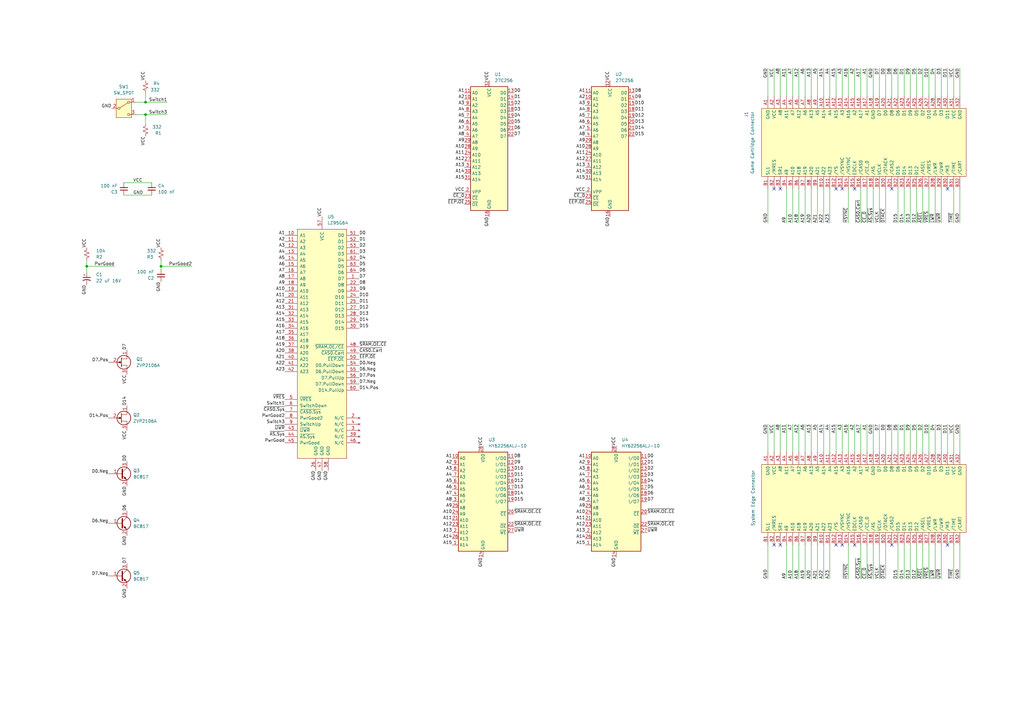
<source format=kicad_sch>
(kicad_sch (version 20231120) (generator "eeschema") (generator_version "8.0")
  (paper "A3")
  (lib_symbols
    (symbol "Device:C_Polarized_Small_US" (pin_numbers hide) (pin_names (offset 0.254) hide)
      (property "Reference" "C" (at 0.254 1.778 0))
      (property "Value" "C_Polarized_Small_US" (at 0.254 -2.032 0))
      (symbol "C_Polarized_Small_US_0_1"
        (polyline (pts (xy -1.524 0.508) (xy 1.524 0.508)) (stroke (width 0.3048)))
        (polyline (pts (xy -1.27 1.524) (xy -0.762 1.524)))
        (polyline (pts (xy -1.016 1.27) (xy -1.016 1.778)))
        (arc (start 1.524 -0.762) (mid 0 -0.3734) (end -1.524 -0.762) (stroke (width 0.3048)))
      )
      (symbol "C_Polarized_Small_US_1_1"
        (pin passive line (at 0 2.54 270) (length 2.032) (name "~") (number "1"))
        (pin passive line (at 0 -2.54 90) (length 2.032) (name "~") (number "2"))
      )
    )
    (symbol "Device:C_Small" (pin_numbers hide) (pin_names (offset 0.254) hide)
      (property "Reference" "C" (at 0.254 1.778 0))
      (property "Value" "C_Small" (at 0.254 -2.032 0))
      (symbol "C_Small_0_1"
        (polyline (pts (xy -1.524 -0.508) (xy 1.524 -0.508)) (stroke (width 0.3302)))
        (polyline (pts (xy -1.524 0.508) (xy 1.524 0.508)) (stroke (width 0.3048)))
      )
      (symbol "C_Small_1_1"
        (pin passive line (at 0 2.54 270) (length 2.032) (name "~") (number "1"))
        (pin passive line (at 0 -2.54 90) (length 2.032) (name "~") (number "2"))
      )
    )
    (symbol "Device:Q_NPN_BEC" (pin_names (offset 0) hide)
      (property "Reference" "Q" (at 5.08 1.27 0))
      (property "Value" "Q_NPN_BEC" (at 5.08 -1.27 0))
      (symbol "Q_NPN_BEC_0_1"
        (polyline (pts (xy 0.635 0.635) (xy 2.54 2.54)))
        (polyline (pts (xy 0.635 -0.635) (xy 2.54 -2.54) (xy 2.54 -2.54)))
        (polyline (pts (xy 0.635 1.905) (xy 0.635 -1.905) (xy 0.635 -1.905)) (stroke (width 0.508)))
        (polyline (pts (xy 1.27 -1.778) (xy 1.778 -1.27) (xy 2.286 -2.286) (xy 1.27 -1.778) (xy 1.27 -1.778)) (fill (type outline)))
        (circle (center 1.27 0) (radius 2.8194) (stroke (width 0.254)))
      )
      (symbol "Q_NPN_BEC_1_1"
        (pin input line (at -5.08 0 0) (length 5.715) (name "B") (number "1"))
        (pin passive line (at 2.54 -5.08 90) (length 2.54) (name "E") (number "2"))
        (pin passive line (at 2.54 5.08 270) (length 2.54) (name "C") (number "3"))
      )
    )
    (symbol "Device:Q_PJFET_DGS" (pin_names (offset 0) hide)
      (property "Reference" "Q" (at 5.08 1.27 0))
      (property "Value" "Q_PJFET_DGS" (at 5.08 -1.27 0))
      (symbol "Q_PJFET_DGS_0_1"
        (polyline (pts (xy 0.254 1.905) (xy 0.254 -1.905) (xy 0.254 -1.905)) (stroke (width 0.254)))
        (polyline (pts (xy 2.54 -2.54) (xy 2.54 -1.27) (xy 0.254 -1.27)))
        (polyline (pts (xy 2.54 2.54) (xy 2.54 1.397) (xy 0.254 1.397)))
        (polyline (pts (xy -1.143 0) (xy -0.127 0.381) (xy -0.127 -0.381) (xy -1.143 0)) (fill (type outline)))
        (circle (center 1.27 0) (radius 2.8194) (stroke (width 0.254)))
      )
      (symbol "Q_PJFET_DGS_1_1"
        (pin passive line (at 2.54 5.08 270) (length 2.54) (name "D") (number "1"))
        (pin input line (at -5.08 0 0) (length 5.334) (name "G") (number "2"))
        (pin passive line (at 2.54 -5.08 90) (length 2.54) (name "S") (number "3"))
      )
    )
    (symbol "Device:R_Small_US" (pin_numbers hide) (pin_names (offset 0.254) hide)
      (property "Reference" "R" (at 0.762 0.508 0))
      (property "Value" "R_Small_US" (at 0.762 -1.016 0))
      (symbol "R_Small_US_1_1"
        (polyline (pts (xy 0 0) (xy 1.016 -0.381) (xy 0 -0.762) (xy -1.016 -1.143) (xy 0 -1.524)))
        (polyline (pts (xy 0 1.524) (xy 1.016 1.143) (xy 0 0.762) (xy -1.016 0.381) (xy 0 0)))
        (pin passive line (at 0 2.54 270) (length 1.016) (name "~") (number "1"))
        (pin passive line (at 0 -2.54 90) (length 1.016) (name "~") (number "2"))
      )
    )
    (symbol "REF1065:27C256"
      (property "Reference" "U4" (at 2.1941 30.48 0))
      (property "Value" "27C256" (at 2.1941 27.94 0))
      (symbol "27C256_1_1"
        (rectangle (start -7.62 25.4) (end 7.62 -25.4) (stroke (width 0.254)) (fill (type background)))
        (pin input line (at -10.16 20.32 0) (length 2.54) (name "A1") (number "10"))
        (pin input line (at -10.16 22.86 0) (length 2.54) (name "A0") (number "11"))
        (pin tri_state line (at 10.16 22.86 180) (length 2.54) (name "D0") (number "13"))
        (pin tri_state line (at 10.16 20.32 180) (length 2.54) (name "D1") (number "14"))
        (pin tri_state line (at 10.16 17.78 180) (length 2.54) (name "D2") (number "15"))
        (pin power_in line (at 0 -27.94 90) (length 2.54) (name "GND") (number "16"))
        (pin tri_state line (at 10.16 15.24 180) (length 2.54) (name "D3") (number "18"))
        (pin tri_state line (at 10.16 12.7 180) (length 2.54) (name "D4") (number "19"))
        (pin input line (at -10.16 -17.78 0) (length 2.54) (name "VPP") (number "2"))
        (pin tri_state line (at 10.16 10.16 180) (length 2.54) (name "D5") (number "20"))
        (pin tri_state line (at 10.16 7.62 180) (length 2.54) (name "D6") (number "21"))
        (pin tri_state line (at 10.16 5.08 180) (length 2.54) (name "D7") (number "22"))
        (pin input line (at -10.16 -20.32 0) (length 2.54) (name "~{CE}") (number "23"))
        (pin input line (at -10.16 -2.54 0) (length 2.54) (name "A10") (number "24"))
        (pin input line (at -10.16 -22.86 0) (length 2.54) (name "~{OE}") (number "25"))
        (pin input line (at -10.16 -5.08 0) (length 2.54) (name "A11") (number "27"))
        (pin input line (at -10.16 0 0) (length 2.54) (name "A9") (number "28"))
        (pin input line (at -10.16 2.54 0) (length 2.54) (name "A8") (number "29"))
        (pin input line (at -10.16 -7.62 0) (length 2.54) (name "A12") (number "3"))
        (pin input line (at -10.16 -10.16 0) (length 2.54) (name "A13") (number "30"))
        (pin input line (at -10.16 -12.7 0) (length 2.54) (name "A14") (number "31"))
        (pin power_in line (at 0 27.94 270) (length 2.54) (name "VCC") (number "32"))
        (pin input line (at -10.16 5.08 0) (length 2.54) (name "A7") (number "4"))
        (pin input line (at -10.16 7.62 0) (length 2.54) (name "A6") (number "5"))
        (pin input line (at -10.16 10.16 0) (length 2.54) (name "A5") (number "6"))
        (pin input line (at -10.16 12.7 0) (length 2.54) (name "A4") (number "7"))
        (pin input line (at -10.16 15.24 0) (length 2.54) (name "A3") (number "8"))
        (pin input line (at -10.16 17.78 0) (length 2.54) (name "A2") (number "9"))
      )
    )
    (symbol "REF1065:HY62256ALJ"
      (property "Reference" "U3" (at 2.1941 25.4 0))
      (property "Value" "HY62256ALJ-10" (at 2.1941 22.86 0))
      (symbol "HY62256ALJ_0_0"
        (pin power_in line (at 0 -22.86 90) (length 2.54) (name "GND") (number "14"))
      )
      (symbol "HY62256ALJ_0_1"
        (rectangle (start -10.16 20.32) (end 10.16 -20.32) (stroke (width 0.254)) (fill (type background)))
      )
      (symbol "HY62256ALJ_1_0"
        (pin power_in line (at 0 22.86 270) (length 2.54) (name "VDD") (number "28"))
      )
      (symbol "HY62256ALJ_1_1"
        (pin input line (at -12.7 -17.78 0) (length 2.54) (name "A14") (number "1"))
        (pin input line (at -12.7 17.78 0) (length 2.54) (name "A0") (number "10"))
        (pin tri_state line (at 12.7 17.78 180) (length 2.54) (name "I/O0") (number "11"))
        (pin tri_state line (at 12.7 15.24 180) (length 2.54) (name "I/O1") (number "12"))
        (pin tri_state line (at 12.7 12.7 180) (length 2.54) (name "I/O2") (number "13"))
        (pin tri_state line (at 12.7 10.16 180) (length 2.54) (name "I/O3") (number "15"))
        (pin tri_state line (at 12.7 7.62 180) (length 2.54) (name "I/O4") (number "16"))
        (pin tri_state line (at 12.7 5.08 180) (length 2.54) (name "I/O5") (number "17"))
        (pin tri_state line (at 12.7 2.54 180) (length 2.54) (name "I/O6") (number "18"))
        (pin tri_state line (at 12.7 0 180) (length 2.54) (name "I/O7") (number "19"))
        (pin input line (at -12.7 -12.7 0) (length 2.54) (name "A12") (number "2"))
        (pin input line (at 12.7 -5.08 180) (length 2.54) (name "~{CE}") (number "20"))
        (pin input line (at -12.7 -7.62 0) (length 2.54) (name "A10") (number "21"))
        (pin input line (at 12.7 -10.16 180) (length 2.54) (name "~{OE}") (number "22"))
        (pin input line (at -12.7 -10.16 0) (length 2.54) (name "A11") (number "23"))
        (pin input line (at -12.7 -5.08 0) (length 2.54) (name "A9") (number "24"))
        (pin input line (at -12.7 -2.54 0) (length 2.54) (name "A8") (number "25"))
        (pin input line (at -12.7 -15.24 0) (length 2.54) (name "A13") (number "26"))
        (pin input line (at 12.7 -12.7 180) (length 2.54) (name "~{WE}") (number "27"))
        (pin input line (at -12.7 0 0) (length 2.54) (name "A7") (number "3"))
        (pin input line (at -12.7 2.54 0) (length 2.54) (name "A6") (number "4"))
        (pin input line (at -12.7 5.08 0) (length 2.54) (name "A5") (number "5"))
        (pin input line (at -12.7 7.62 0) (length 2.54) (name "A4") (number "6"))
        (pin input line (at -12.7 10.16 0) (length 2.54) (name "A3") (number "7"))
        (pin input line (at -12.7 12.7 0) (length 2.54) (name "A2") (number "8"))
        (pin input line (at -12.7 15.24 0) (length 2.54) (name "A1") (number "9"))
      )
    )
    (symbol "REF1065:LZ95G64" (pin_names (offset 1.016))
      (property "Reference" "U5" (at 3.4641 41.91 0))
      (property "Value" "LZ95G64" (at 3.4641 39.37 0))
      (symbol "LZ95G64_0_1"
        (rectangle (start -10.16 36.83) (end 10.16 -57.15) (fill (type background)))
      )
      (symbol "LZ95G64_1_1"
        (pin bidirectional line (at 15.24 16.51 180) (length 5.08) (name "D7") (number "1"))
        (pin input line (at -15.24 34.29 0) (length 5.08) (name "A1") (number "10"))
        (pin input line (at -15.24 31.75 0) (length 5.08) (name "A2") (number "11"))
        (pin input line (at -15.24 29.21 0) (length 5.08) (name "A3") (number "12"))
        (pin input line (at -15.24 26.67 0) (length 5.08) (name "A4") (number "13"))
        (pin input line (at -15.24 24.13 0) (length 5.08) (name "A5") (number "14"))
        (pin input line (at -15.24 21.59 0) (length 5.08) (name "A6") (number "15"))
        (pin input line (at -15.24 19.05 0) (length 5.08) (name "A7") (number "16"))
        (pin input line (at -15.24 16.51 0) (length 5.08) (name "A8") (number "17"))
        (pin input line (at -15.24 13.97 0) (length 5.08) (name "A9") (number "18"))
        (pin input line (at -15.24 11.43 0) (length 5.08) (name "A10") (number "19"))
        (pin no_connect line (at 15.24 -40.64 180) (length 5.08) (name "N/C") (number "2"))
        (pin input line (at -15.24 8.89 0) (length 5.08) (name "A11") (number "20"))
        (pin input line (at -15.24 6.35 0) (length 5.08) (name "A12") (number "21"))
        (pin bidirectional line (at 15.24 13.97 180) (length 5.08) (name "D8") (number "22"))
        (pin bidirectional line (at 15.24 11.43 180) (length 5.08) (name "D9") (number "23"))
        (pin bidirectional line (at 15.24 8.89 180) (length 5.08) (name "D10") (number "24"))
        (pin bidirectional line (at 15.24 6.35 180) (length 5.08) (name "D11") (number "25"))
        (pin power_in line (at -2.54 -62.23 90) (length 5.08) (name "GND") (number "26"))
        (pin bidirectional line (at 15.24 3.81 180) (length 5.08) (name "D12") (number "27"))
        (pin bidirectional line (at 15.24 1.27 180) (length 5.08) (name "D13") (number "28"))
        (pin bidirectional line (at 15.24 -1.27 180) (length 5.08) (name "D14") (number "29"))
        (pin no_connect line (at 15.24 -45.72 180) (length 5.08) (name "N/C") (number "3"))
        (pin bidirectional line (at 15.24 -3.81 180) (length 5.08) (name "D15") (number "30"))
        (pin input line (at -15.24 3.81 0) (length 5.08) (name "A13") (number "31"))
        (pin input line (at -15.24 1.27 0) (length 5.08) (name "A14") (number "32"))
        (pin input line (at -15.24 -1.27 0) (length 5.08) (name "A15") (number "33"))
        (pin input line (at -15.24 -3.81 0) (length 5.08) (name "A16") (number "34"))
        (pin input line (at -15.24 -6.35 0) (length 5.08) (name "A17") (number "35"))
        (pin input line (at -15.24 -8.89 0) (length 5.08) (name "A18") (number "36"))
        (pin input line (at -15.24 -11.43 0) (length 5.08) (name "A19") (number "37"))
        (pin input line (at -15.24 -13.97 0) (length 5.08) (name "A20") (number "38"))
        (pin no_connect line (at 15.24 -48.26 180) (length 5.08) (name "N/C") (number "39"))
        (pin no_connect line (at 15.24 -43.18 180) (length 5.08) (name "N/C") (number "4"))
        (pin input line (at -15.24 -16.51 0) (length 5.08) (name "A21") (number "40"))
        (pin input line (at -15.24 -19.05 0) (length 5.08) (name "A22") (number "41"))
        (pin input line (at -15.24 -21.59 0) (length 5.08) (name "A23") (number "42"))
        (pin input line (at -15.24 -45.72 0) (length 5.08) (name "~{UWR}") (number "43"))
        (pin input line (at -15.24 -48.26 0) (length 5.08) (name "~{AS.Sys}") (number "44"))
        (pin input line (at -15.24 -50.8 0) (length 5.08) (name "PwrGood") (number "45"))
        (pin no_connect line (at 15.24 -50.8 180) (length 5.08) (name "N/C") (number "46"))
        (pin power_in line (at 0 -62.23 90) (length 5.08) (name "GND") (number "47"))
        (pin output line (at 15.24 -11.43 180) (length 5.08) (name "~{SRAM.OE/CE}") (number "48"))
        (pin output line (at 15.24 -13.97 180) (length 5.08) (name "~{CAS0.Cart}") (number "49"))
        (pin input line (at -15.24 -33.02 0) (length 5.08) (name "~{VRES}") (number "5"))
        (pin output line (at 15.24 -16.51 180) (length 5.08) (name "~{EEP.OE}") (number "50"))
        (pin bidirectional line (at 15.24 34.29 180) (length 5.08) (name "D0") (number "51"))
        (pin bidirectional line (at 15.24 31.75 180) (length 5.08) (name "D1") (number "52"))
        (pin bidirectional line (at 15.24 29.21 180) (length 5.08) (name "D2") (number "53"))
        (pin output line (at 15.24 -19.05 180) (length 5.08) (name "D0.PullDown") (number "54"))
        (pin output line (at 15.24 -21.59 180) (length 5.08) (name "D6.PullDown") (number "55"))
        (pin output line (at 15.24 -24.13 180) (length 5.08) (name "D7.PullUp") (number "56"))
        (pin power_in line (at 0 41.91 270) (length 5.08) (name "VCC") (number "57"))
        (pin power_in line (at 2.54 -62.23 90) (length 5.08) (name "GND") (number "58"))
        (pin output line (at 15.24 -26.67 180) (length 5.08) (name "D7.PullDown") (number "59"))
        (pin input line (at -15.24 -35.56 0) (length 5.08) (name "SwitchDown") (number "6"))
        (pin output line (at 15.24 -29.21 180) (length 5.08) (name "D14.PullUp") (number "60"))
        (pin bidirectional line (at 15.24 26.67 180) (length 5.08) (name "D3") (number "61"))
        (pin bidirectional line (at 15.24 24.13 180) (length 5.08) (name "D4") (number "62"))
        (pin bidirectional line (at 15.24 21.59 180) (length 5.08) (name "D5") (number "63"))
        (pin bidirectional line (at 15.24 19.05 180) (length 5.08) (name "D6") (number "64"))
        (pin input line (at -15.24 -38.1 0) (length 5.08) (name "~{CAS0.Sys}") (number "7"))
        (pin input line (at -15.24 -40.64 0) (length 5.08) (name "PwrGood2") (number "8"))
        (pin input line (at -15.24 -43.18 0) (length 5.08) (name "SwitchUp") (number "9"))
      )
    )
    (symbol "REF1065:MD_Slot"
      (property "Value" "System Edge Connector" (at 18.034 23.876 0))
      (symbol "MD_Slot_1_1"
        (rectangle (start -7.62 20.32) (end 20.32 -63.5) (stroke (width 0.1524)) (fill (type background)))
        (pin power_in line (at 25.4 17.78 180) (length 5.08) (name "GND") (number "A1"))
        (pin input line (at 25.4 -5.08 180) (length 5.08) (name "A14") (number "A10"))
        (pin input line (at 25.4 -7.62 180) (length 5.08) (name "A4") (number "A11"))
        (pin input line (at 25.4 -10.16 180) (length 5.08) (name "A15") (number "A12"))
        (pin input line (at 25.4 -12.7 180) (length 5.08) (name "A3") (number "A13"))
        (pin input line (at 25.4 -15.24 180) (length 5.08) (name "A16") (number "A14"))
        (pin input line (at 25.4 -17.78 180) (length 5.08) (name "A2") (number "A15"))
        (pin input line (at 25.4 -20.32 180) (length 5.08) (name "A17") (number "A16"))
        (pin input line (at 25.4 -22.86 180) (length 5.08) (name "A1") (number "A17"))
        (pin power_in line (at 25.4 -25.4 180) (length 5.08) (name "GND") (number "A18"))
        (pin bidirectional line (at 25.4 -27.94 180) (length 5.08) (name "D7") (number "A19"))
        (pin power_in line (at 25.4 15.24 180) (length 5.08) (name "VCC") (number "A2"))
        (pin bidirectional line (at 25.4 -30.48 180) (length 5.08) (name "D0") (number "A20"))
        (pin bidirectional line (at 25.4 -33.02 180) (length 5.08) (name "D8") (number "A21"))
        (pin bidirectional line (at 25.4 -35.56 180) (length 5.08) (name "D6") (number "A22"))
        (pin bidirectional line (at 25.4 -38.1 180) (length 5.08) (name "D1") (number "A23"))
        (pin bidirectional line (at 25.4 -40.64 180) (length 5.08) (name "D9") (number "A24"))
        (pin bidirectional line (at 25.4 -43.18 180) (length 5.08) (name "D5") (number "A25"))
        (pin bidirectional line (at 25.4 -45.72 180) (length 5.08) (name "D2") (number "A26"))
        (pin bidirectional line (at 25.4 -48.26 180) (length 5.08) (name "D10") (number "A27"))
        (pin bidirectional line (at 25.4 -50.8 180) (length 5.08) (name "D4") (number "A28"))
        (pin bidirectional line (at 25.4 -53.34 180) (length 5.08) (name "D3") (number "A29"))
        (pin input line (at 25.4 12.7 180) (length 5.08) (name "A8") (number "A3"))
        (pin bidirectional line (at 25.4 -55.88 180) (length 5.08) (name "D11") (number "A30"))
        (pin power_in line (at 25.4 -58.42 180) (length 5.08) (name "VCC") (number "A31"))
        (pin power_in line (at 25.4 -60.96 180) (length 5.08) (name "GND") (number "A32"))
        (pin input line (at 25.4 10.16 180) (length 5.08) (name "A11") (number "A4"))
        (pin input line (at 25.4 7.62 180) (length 5.08) (name "A7") (number "A5"))
        (pin input line (at 25.4 5.08 180) (length 5.08) (name "A12") (number "A6"))
        (pin input line (at 25.4 2.54 180) (length 5.08) (name "A6") (number "A7"))
        (pin input line (at 25.4 0 180) (length 5.08) (name "A13") (number "A8"))
        (pin input line (at 25.4 -2.54 180) (length 5.08) (name "A5") (number "A9"))
        (pin input line (at -12.7 17.78 0) (length 5.08) (name "SL1") (number "B1"))
        (pin input line (at -12.7 -5.08 0) (length 5.08) (name "A22") (number "B10"))
        (pin input line (at -12.7 -7.62 0) (length 5.08) (name "A23") (number "B11"))
        (pin input line (at -12.7 -10.16 0) (length 5.08) (name "/YS") (number "B12"))
        (pin input line (at -12.7 -12.7 0) (length 5.08) (name "/VSYNC") (number "B13"))
        (pin input line (at -12.7 -15.24 0) (length 5.08) (name "/HSYNC") (number "B14"))
        (pin input line (at -12.7 -17.78 0) (length 5.08) (name "EDCLK") (number "B15"))
        (pin input line (at -12.7 -20.32 0) (length 5.08) (name "/CAS0") (number "B16"))
        (pin input line (at -12.7 -22.86 0) (length 5.08) (name "/CE_0") (number "B17"))
        (pin input line (at -12.7 -25.4 0) (length 5.08) (name "/AS") (number "B18"))
        (pin input line (at -12.7 -27.94 0) (length 5.08) (name "VCLK") (number "B19"))
        (pin input line (at -12.7 15.24 0) (length 5.08) (name "/MRES") (number "B2"))
        (pin input line (at -12.7 -30.48 0) (length 5.08) (name "/DTACK") (number "B20"))
        (pin input line (at -12.7 -33.02 0) (length 5.08) (name "/CAS2") (number "B21"))
        (pin bidirectional line (at -12.7 -35.56 0) (length 5.08) (name "D15") (number "B22"))
        (pin bidirectional line (at -12.7 -38.1 0) (length 5.08) (name "D14") (number "B23"))
        (pin bidirectional line (at -12.7 -40.64 0) (length 5.08) (name "D13") (number "B24"))
        (pin bidirectional line (at -12.7 -43.18 0) (length 5.08) (name "D12") (number "B25"))
        (pin input line (at -12.7 -45.72 0) (length 5.08) (name "/ASEL") (number "B26"))
        (pin input line (at -12.7 -48.26 0) (length 5.08) (name "/VRES") (number "B27"))
        (pin input line (at -12.7 -50.8 0) (length 5.08) (name "/LWR") (number "B28"))
        (pin input line (at -12.7 -53.34 0) (length 5.08) (name "/UWR") (number "B29"))
        (pin input line (at -12.7 12.7 0) (length 5.08) (name "SR1") (number "B3"))
        (pin input line (at -12.7 -55.88 0) (length 5.08) (name "/M3") (number "B30"))
        (pin input line (at -12.7 -58.42 0) (length 5.08) (name "/TIME") (number "B31"))
        (pin input line (at -12.7 -60.96 0) (length 5.08) (name "/CART") (number "B32"))
        (pin input line (at -12.7 10.16 0) (length 5.08) (name "A9") (number "B4"))
        (pin input line (at -12.7 7.62 0) (length 5.08) (name "A10") (number "B5"))
        (pin input line (at -12.7 5.08 0) (length 5.08) (name "A18") (number "B6"))
        (pin input line (at -12.7 2.54 0) (length 5.08) (name "A19") (number "B7"))
        (pin input line (at -12.7 0 0) (length 5.08) (name "A20") (number "B8"))
        (pin input line (at -12.7 -2.54 0) (length 5.08) (name "A21") (number "B9"))
      )
    )
    (symbol "Switch:SW_SPDT" (pin_names (offset 0) hide)
      (property "Reference" "SW" (at 0 5.08 0))
      (property "Value" "SW_SPDT" (at 0 -5.08 0))
      (symbol "SW_SPDT_0_1"
        (circle (center -2.032 0) (radius 0.4572))
        (polyline (pts (xy -1.651 0.254) (xy 1.651 2.286)))
        (circle (center 2.032 -2.54) (radius 0.4572))
        (circle (center 2.032 2.54) (radius 0.4572))
      )
      (symbol "SW_SPDT_1_1"
        (rectangle (start -3.175 3.81) (end 3.175 -3.81) (fill (type background)))
        (pin passive line (at 5.08 2.54 180) (length 2.54) (name "A") (number "1"))
        (pin passive line (at -5.08 0 0) (length 2.54) (name "B") (number "2"))
        (pin passive line (at 5.08 -2.54 180) (length 2.54) (name "C") (number "3"))
      )
    )
  )
  (junction (at 59.69 41.91))
  (junction (at 66.04 109.22))
  (junction (at 59.69 46.99))
  (junction (at 35.56 109.22))
  (no_connect (at 317.5 223.52))
  (no_connect (at 365.76 77.47))
  (no_connect (at 320.04 223.52))
  (no_connect (at 345.44 77.47))
  (no_connect (at 388.62 77.47))
  (no_connect (at 350.52 223.52))
  (no_connect (at 342.9 77.47))
  (no_connect (at 320.04 77.47))
  (no_connect (at 345.44 223.52))
  (no_connect (at 388.62 223.52))
  (no_connect (at 350.52 77.47))
  (no_connect (at 317.5 77.47))
  (no_connect (at 342.9 223.52))
  (no_connect (at 365.76 223.52))
  (wire (pts (xy 370.84 173.99) (xy 370.84 185.42)))
  (wire (pts (xy 373.38 237.49) (xy 373.38 223.52)))
  (wire (pts (xy 350.52 173.99) (xy 350.52 185.42)))
  (wire (pts (xy 59.69 46.99) (xy 55.88 46.99)))
  (wire (pts (xy 378.46 77.47) (xy 378.46 91.44)))
  (wire (pts (xy 381 237.49) (xy 381 223.52)))
  (wire (pts (xy 386.08 91.44) (xy 386.08 77.47)))
  (wire (pts (xy 68.58 41.91) (xy 59.69 41.91)))
  (wire (pts (xy 378.46 223.52) (xy 378.46 237.49)))
  (wire (pts (xy 355.6 27.94) (xy 355.6 39.37)))
  (wire (pts (xy 383.54 173.99) (xy 383.54 185.42)))
  (wire (pts (xy 327.66 237.49) (xy 327.66 223.52)))
  (wire (pts (xy 35.56 109.22) (xy 35.56 111.76)))
  (wire (pts (xy 332.74 91.44) (xy 332.74 77.47)))
  (wire (pts (xy 330.2 237.49) (xy 330.2 223.52)))
  (wire (pts (xy 370.84 27.94) (xy 370.84 39.37)))
  (wire (pts (xy 337.82 237.49) (xy 337.82 223.52)))
  (wire (pts (xy 373.38 173.99) (xy 373.38 185.42)))
  (wire (pts (xy 340.36 173.99) (xy 340.36 185.42)))
  (wire (pts (xy 330.2 173.99) (xy 330.2 185.42)))
  (wire (pts (xy 332.74 173.99) (xy 332.74 185.42)))
  (wire (pts (xy 355.6 91.44) (xy 355.6 77.47)))
  (wire (pts (xy 358.14 173.99) (xy 358.14 185.42)))
  (wire (pts (xy 314.96 237.49) (xy 314.96 223.52)))
  (wire (pts (xy 381 27.94) (xy 381 39.37)))
  (wire (pts (xy 363.22 27.94) (xy 363.22 39.37)))
  (wire (pts (xy 347.98 77.47) (xy 347.98 91.44)))
  (wire (pts (xy 368.3 237.49) (xy 368.3 223.52)))
  (wire (pts (xy 373.38 91.44) (xy 373.38 77.47)))
  (wire (pts (xy 340.36 237.49) (xy 340.36 223.52)))
  (wire (pts (xy 68.58 46.99) (xy 59.69 46.99)))
  (wire (pts (xy 66.04 106.68) (xy 66.04 109.22)))
  (wire (pts (xy 365.76 173.99) (xy 365.76 185.42)))
  (wire (pts (xy 363.22 77.47) (xy 363.22 91.44)))
  (wire (pts (xy 360.68 173.99) (xy 360.68 185.42)))
  (wire (pts (xy 365.76 27.94) (xy 365.76 39.37)))
  (wire (pts (xy 378.46 173.99) (xy 378.46 185.42)))
  (wire (pts (xy 386.08 27.94) (xy 386.08 39.37)))
  (wire (pts (xy 78.74 109.22) (xy 66.04 109.22)))
  (wire (pts (xy 317.5 173.99) (xy 317.5 185.42)))
  (wire (pts (xy 393.7 91.44) (xy 393.7 77.47)))
  (wire (pts (xy 355.6 237.49) (xy 355.6 223.52)))
  (wire (pts (xy 363.22 223.52) (xy 363.22 237.49)))
  (wire (pts (xy 358.14 237.49) (xy 358.14 223.52)))
  (wire (pts (xy 35.56 106.68) (xy 35.56 109.22)))
  (wire (pts (xy 335.28 27.94) (xy 335.28 39.37)))
  (wire (pts (xy 322.58 173.99) (xy 322.58 185.42)))
  (wire (pts (xy 391.16 173.99) (xy 391.16 185.42)))
  (wire (pts (xy 368.3 27.94) (xy 368.3 39.37)))
  (wire (pts (xy 388.62 27.94) (xy 388.62 39.37)))
  (wire (pts (xy 368.3 91.44) (xy 368.3 77.47)))
  (wire (pts (xy 325.12 237.49) (xy 325.12 223.52)))
  (wire (pts (xy 355.6 173.99) (xy 355.6 185.42)))
  (wire (pts (xy 59.69 38.1) (xy 59.69 41.91)))
  (wire (pts (xy 320.04 173.99) (xy 320.04 185.42)))
  (wire (pts (xy 391.16 223.52) (xy 391.16 237.49)))
  (wire (pts (xy 332.74 237.49) (xy 332.74 223.52)))
  (wire (pts (xy 325.12 27.94) (xy 325.12 39.37)))
  (wire (pts (xy 46.99 109.22) (xy 35.56 109.22)))
  (wire (pts (xy 342.9 27.94) (xy 342.9 39.37)))
  (wire (pts (xy 383.54 237.49) (xy 383.54 223.52)))
  (wire (pts (xy 381 173.99) (xy 381 185.42)))
  (wire (pts (xy 391.16 77.47) (xy 391.16 91.44)))
  (wire (pts (xy 353.06 77.47) (xy 353.06 91.44)))
  (wire (pts (xy 375.92 27.94) (xy 375.92 39.37)))
  (wire (pts (xy 335.28 91.44) (xy 335.28 77.47)))
  (wire (pts (xy 320.04 27.94) (xy 320.04 39.37)))
  (wire (pts (xy 375.92 91.44) (xy 375.92 77.47)))
  (wire (pts (xy 347.98 27.94) (xy 347.98 39.37)))
  (wire (pts (xy 350.52 27.94) (xy 350.52 39.37)))
  (wire (pts (xy 314.96 91.44) (xy 314.96 77.47)))
  (wire (pts (xy 327.66 173.99) (xy 327.66 185.42)))
  (wire (pts (xy 386.08 173.99) (xy 386.08 185.42)))
  (wire (pts (xy 363.22 173.99) (xy 363.22 185.42)))
  (wire (pts (xy 340.36 91.44) (xy 340.36 77.47)))
  (wire (pts (xy 342.9 173.99) (xy 342.9 185.42)))
  (wire (pts (xy 353.06 173.99) (xy 353.06 185.42)))
  (wire (pts (xy 345.44 27.94) (xy 345.44 39.37)))
  (wire (pts (xy 314.96 173.99) (xy 314.96 185.42)))
  (wire (pts (xy 337.82 27.94) (xy 337.82 39.37)))
  (wire (pts (xy 373.38 27.94) (xy 373.38 39.37)))
  (wire (pts (xy 322.58 237.49) (xy 322.58 223.52)))
  (wire (pts (xy 50.8 80.01) (xy 62.23 80.01)))
  (wire (pts (xy 353.06 237.49) (xy 353.06 223.52)))
  (wire (pts (xy 59.69 46.99) (xy 59.69 50.8)))
  (wire (pts (xy 358.14 27.94) (xy 358.14 39.37)))
  (wire (pts (xy 335.28 237.49) (xy 335.28 223.52)))
  (wire (pts (xy 393.7 237.49) (xy 393.7 223.52)))
  (wire (pts (xy 360.68 27.94) (xy 360.68 39.37)))
  (wire (pts (xy 332.74 27.94) (xy 332.74 39.37)))
  (wire (pts (xy 66.04 109.22) (xy 66.04 110.49)))
  (wire (pts (xy 340.36 27.94) (xy 340.36 39.37)))
  (wire (pts (xy 375.92 173.99) (xy 375.92 185.42)))
  (wire (pts (xy 317.5 27.94) (xy 317.5 39.37)))
  (wire (pts (xy 358.14 91.44) (xy 358.14 77.47)))
  (wire (pts (xy 322.58 91.44) (xy 322.58 77.47)))
  (wire (pts (xy 347.98 173.99) (xy 347.98 185.42)))
  (wire (pts (xy 378.46 27.94) (xy 378.46 39.37)))
  (wire (pts (xy 345.44 173.99) (xy 345.44 185.42)))
  (wire (pts (xy 353.06 27.94) (xy 353.06 39.37)))
  (wire (pts (xy 393.7 173.99) (xy 393.7 185.42)))
  (wire (pts (xy 314.96 27.94) (xy 314.96 39.37)))
  (wire (pts (xy 375.92 237.49) (xy 375.92 223.52)))
  (wire (pts (xy 327.66 91.44) (xy 327.66 77.47)))
  (wire (pts (xy 360.68 77.47) (xy 360.68 91.44)))
  (wire (pts (xy 327.66 27.94) (xy 327.66 39.37)))
  (wire (pts (xy 330.2 27.94) (xy 330.2 39.37)))
  (wire (pts (xy 383.54 27.94) (xy 383.54 39.37)))
  (wire (pts (xy 335.28 173.99) (xy 335.28 185.42)))
  (wire (pts (xy 322.58 27.94) (xy 322.58 39.37)))
  (wire (pts (xy 391.16 27.94) (xy 391.16 39.37)))
  (wire (pts (xy 368.3 173.99) (xy 368.3 185.42)))
  (wire (pts (xy 325.12 173.99) (xy 325.12 185.42)))
  (wire (pts (xy 337.82 91.44) (xy 337.82 77.47)))
  (wire (pts (xy 337.82 173.99) (xy 337.82 185.42)))
  (wire (pts (xy 330.2 91.44) (xy 330.2 77.47)))
  (wire (pts (xy 383.54 91.44) (xy 383.54 77.47)))
  (wire (pts (xy 370.84 237.49) (xy 370.84 223.52)))
  (wire (pts (xy 381 91.44) (xy 381 77.47)))
  (wire (pts (xy 347.98 223.52) (xy 347.98 237.49)))
  (wire (pts (xy 370.84 91.44) (xy 370.84 77.47)))
  (wire (pts (xy 388.62 173.99) (xy 388.62 185.42)))
  (wire (pts (xy 59.69 41.91) (xy 55.88 41.91)))
  (wire (pts (xy 393.7 27.94) (xy 393.7 39.37)))
  (wire (pts (xy 50.8 74.93) (xy 62.23 74.93)))
  (wire (pts (xy 386.08 237.49) (xy 386.08 223.52)))
  (wire (pts (xy 325.12 91.44) (xy 325.12 77.47)))
  (wire (pts (xy 360.68 223.52) (xy 360.68 237.49)))
  (label "~{UWR}" (at 210.82 218.44 0))
  (label "PwrGood2" (at 78.74 109.22 180))
  (label "A7" (at 240.03 203.2 180))
  (label "VCC" (at 66.04 101.6 90))
  (label "D3" (at 210.82 45.72 0))
  (label "GND" (at 45.72 44.45 180))
  (label "A8" (at 240.03 205.74 180))
  (label "D4" (at 265.43 198.12 0))
  (label "A6" (at 116.84 109.22 180))
  (label "~{ASEL}" (at 378.46 237.49 90))
  (label "A15" (at 185.42 223.52 180))
  (label "D7" (at 147.32 114.3 0))
  (label "~{HSYNC}" (at 347.98 91.44 90))
  (label "A11" (at 185.42 213.36 180))
  (label "~{TIME}" (at 391.16 91.44 90))
  (label "D10" (at 260.35 43.18 0))
  (label "D8" (at 365.76 27.94 270))
  (label "A6" (at 240.03 50.8 180))
  (label "A1" (at 240.03 38.1 180))
  (label "A1" (at 355.6 173.99 270))
  (label "~{ASEL}" (at 378.46 91.44 90))
  (label "~{SRAM.OE.CE}" (at 147.32 142.24 0))
  (label "A4" (at 190.5 45.72 180))
  (label "A12" (at 185.42 215.9 180))
  (label "~{CAS0.Sys}" (at 353.06 237.49 90))
  (label "A12" (at 116.84 124.46 180))
  (label "GND" (at 314.96 237.49 90))
  (label "D7" (at 360.68 173.99 270))
  (label "D7" (at 52.07 143.51 90))
  (label "A13" (at 332.74 173.99 270))
  (label "A12" (at 240.03 215.9 180))
  (label "D1" (at 370.84 27.94 270))
  (label "D2" (at 210.82 43.18 0))
  (label "A11" (at 240.03 63.5 180))
  (label "A13" (at 332.74 27.94 270))
  (label "A11" (at 116.84 121.92 180))
  (label "~{HSYNC}" (at 347.98 237.49 90))
  (label "VCLK" (at 360.68 91.44 90))
  (label "D7" (at 265.43 205.74 0))
  (label "A5" (at 116.84 106.68 180))
  (label "A9" (at 322.58 91.44 90))
  (label "D11" (at 388.62 173.99 270))
  (label "GND" (at 52.07 199.39 270))
  (label "A22" (at 116.84 149.86 180))
  (label "~{EEP.OE}" (at 147.32 147.32 0))
  (label "A13" (at 240.03 218.44 180))
  (label "A16" (at 347.98 27.94 270))
  (label "A3" (at 345.44 173.99 270))
  (label "~{SRAM.OE.CE}" (at 210.82 215.9 0))
  (label "VCC" (at 132.08 88.9 90))
  (label "D0" (at 210.82 38.1 0))
  (label "A13" (at 190.5 68.58 180))
  (label "GND" (at 393.7 27.94 270))
  (label "GND" (at 35.56 116.84 270))
  (label "~{TIME}" (at 391.16 237.49 90))
  (label "A17" (at 116.84 137.16 180))
  (label "~{UWR}" (at 116.84 176.53 180))
  (label "GND" (at 358.14 173.99 270))
  (label "GND" (at 132.08 193.04 270))
  (label "A5" (at 335.28 173.99 270))
  (label "D6" (at 265.43 203.2 0))
  (label "D8" (at 210.82 187.96 0))
  (label "A11" (at 190.5 63.5 180))
  (label "VCC" (at 59.69 55.88 270))
  (label "D13" (at 147.32 129.54 0))
  (label "GND" (at 314.96 173.99 270))
  (label "A10" (at 190.5 60.96 180))
  (label "GND" (at 54.61 80.01 0))
  (label "GND" (at 198.12 228.6 270))
  (label "A10" (at 325.12 91.44 90))
  (label "~{CAS0.Cart}" (at 353.06 91.44 90))
  (label "D14" (at 147.32 132.08 0))
  (label "A1" (at 190.5 38.1 180))
  (label "VCC" (at 317.5 173.99 270))
  (label "A2" (at 350.52 27.94 270))
  (label "~{AS.Sys}" (at 116.84 179.07 180))
  (label "A2" (at 185.42 190.5 180))
  (label "~{CE_0}" (at 355.6 91.44 90))
  (label "A17" (at 353.06 27.94 270))
  (label "D5" (at 375.92 27.94 270))
  (label "D6" (at 147.32 111.76 0))
  (label "A4" (at 340.36 27.94 270))
  (label "~{VRES}" (at 381 91.44 90))
  (label "GND" (at 250.19 88.9 270))
  (label "A14" (at 116.84 129.54 180))
  (label "GND" (at 393.7 237.49 90))
  (label "D14" (at 370.84 91.44 90))
  (label "D15" (at 368.3 237.49 90))
  (label "A15" (at 342.9 27.94 270))
  (label "Switch3" (at 116.84 173.99 180))
  (label "D15" (at 210.82 205.74 0))
  (label "A2" (at 240.03 40.64 180))
  (label "D6.Neg" (at 44.45 214.63 180))
  (label "A8" (at 320.04 173.99 270))
  (label "A2" (at 350.52 173.99 270))
  (label "D11" (at 147.32 124.46 0))
  (label "A10" (at 325.12 237.49 90))
  (label "A5" (at 335.28 27.94 270))
  (label "D0" (at 52.07 189.23 90))
  (label "GND" (at 358.14 27.94 270))
  (label "D2" (at 147.32 101.6 0))
  (label "GND" (at 252.73 228.6 270))
  (label "PwrGood" (at 46.99 109.22 180))
  (label "A20" (at 332.74 237.49 90))
  (label "A17" (at 353.06 173.99 270))
  (label "D7.Pos" (at 44.45 148.59 180))
  (label "D9" (at 373.38 173.99 270))
  (label "D9" (at 260.35 40.64 0))
  (label "A15" (at 116.84 132.08 180))
  (label "~{CE_0}" (at 355.6 237.49 90))
  (label "D9" (at 373.38 27.94 270))
  (label "A20" (at 332.74 91.44 90))
  (label "VCC" (at 198.12 182.88 90))
  (label "~{SRAM.OE.CE}" (at 210.82 210.82 0))
  (label "D0.Neg" (at 147.32 149.86 0))
  (label "A5" (at 190.5 48.26 180))
  (label "~{VRES}" (at 116.84 163.83 180))
  (label "D14" (at 52.07 166.37 90))
  (label "A4" (at 185.42 195.58 180))
  (label "A21" (at 335.28 91.44 90))
  (label "D3" (at 386.08 27.94 270))
  (label "A7" (at 240.03 53.34 180))
  (label "D7.Neg" (at 147.32 157.48 0))
  (label "D10" (at 147.32 121.92 0))
  (label "~{VRES}" (at 381 237.49 90))
  (label "A18" (at 327.66 237.49 90))
  (label "D12" (at 375.92 91.44 90))
  (label "GND" (at 52.07 241.3 270))
  (label "~{CAS0.Sys}" (at 116.84 168.91 180))
  (label "D7.Pos" (at 147.32 154.94 0))
  (label "A9" (at 240.03 58.42 180))
  (label "~{CE_0}" (at 190.5 81.28 180))
  (label "A15" (at 240.03 73.66 180))
  (label "A5" (at 240.03 48.26 180))
  (label "GND" (at 52.07 219.71 270))
  (label "VCC" (at 200.66 33.02 90))
  (label "VCLK" (at 360.68 237.49 90))
  (label "A21" (at 335.28 237.49 90))
  (label "A22" (at 337.82 91.44 90))
  (label "A8" (at 320.04 27.94 270))
  (label "A12" (at 240.03 66.04 180))
  (label "A6" (at 330.2 27.94 270))
  (label "A9" (at 116.84 116.84 180))
  (label "A15" (at 240.03 223.52 180))
  (label "D6" (at 210.82 53.34 0))
  (label "D15" (at 368.3 91.44 90))
  (label "~{LWR}" (at 383.54 91.44 90))
  (label "GND" (at 66.04 115.57 270))
  (label "GND" (at 314.96 27.94 270))
  (label "D3" (at 265.43 195.58 0))
  (label "A19" (at 116.84 142.24 180))
  (label "A14" (at 185.42 220.98 180))
  (label "GND" (at 393.7 91.44 90))
  (label "D7" (at 52.07 231.14 90))
  (label "D6.Neg" (at 147.32 152.4 0))
  (label "A9" (at 190.5 58.42 180))
  (label "A8" (at 116.84 114.3 180))
  (label "D5" (at 265.43 200.66 0))
  (label "VCC" (at 250.19 33.02 90))
  (label "A7" (at 116.84 111.76 180))
  (label "A7" (at 190.5 53.34 180))
  (label "~{UWR}" (at 265.43 218.44 0))
  (label "A3" (at 116.84 101.6 180))
  (label "A21" (at 116.84 147.32 180))
  (label "D7" (at 360.68 27.94 270))
  (label "A2" (at 116.84 99.06 180))
  (label "D13" (at 210.82 200.66 0))
  (label "VCC" (at 190.5 78.74 180))
  (label "D6" (at 52.07 209.55 90))
  (label "D13" (at 373.38 91.44 90))
  (label "D12" (at 375.92 237.49 90))
  (label "~{DTACK}" (at 363.22 237.49 90))
  (label "VCC" (at 52.07 153.67 270))
  (label "D10" (at 210.82 193.04 0))
  (label "A13" (at 116.84 127 180))
  (label "A12" (at 327.66 173.99 270))
  (label "D14" (at 260.35 53.34 0))
  (label "D0" (at 363.22 173.99 270))
  (label "Switch3" (at 68.58 46.99 180))
  (label "D10" (at 381 173.99 270))
  (label "D11" (at 260.35 45.72 0))
  (label "A9" (at 185.42 208.28 180))
  (label "~{DTACK}" (at 363.22 91.44 90))
  (label "D14.Pos" (at 147.32 160.02 0))
  (label "A8" (at 185.42 205.74 180))
  (label "D13" (at 373.38 237.49 90))
  (label "D7" (at 210.82 55.88 0))
  (label "A14" (at 337.82 27.94 270))
  (label "D14" (at 210.82 203.2 0))
  (label "A23" (at 340.36 237.49 90))
  (label "~{LWR}" (at 383.54 237.49 90))
  (label "A14" (at 240.03 71.12 180))
  (label "PwrGood2" (at 116.84 171.45 180))
  (label "VCC" (at 252.73 182.88 90))
  (label "D5" (at 210.82 50.8 0))
  (label "A19" (at 330.2 237.49 90))
  (label "A12" (at 327.66 27.94 270))
  (label "~{SRAM.OE.CE}" (at 265.43 215.9 0))
  (label "D0" (at 147.32 96.52 0))
  (label "VCC" (at 59.69 33.02 90))
  (label "A14" (at 240.03 220.98 180))
  (label "A23" (at 116.84 152.4 180))
  (label "D12" (at 260.35 48.26 0))
  (label "A7" (at 325.12 27.94 270))
  (label "D8" (at 147.32 116.84 0))
  (label "A11" (at 322.58 27.94 270))
  (label "A4" (at 340.36 173.99 270))
  (label "VCC" (at 391.16 27.94 270))
  (label "A18" (at 116.84 139.7 180))
  (label "A16" (at 116.84 134.62 180))
  (label "A10" (at 240.03 60.96 180))
  (label "A3" (at 240.03 43.18 180))
  (label "A6" (at 190.5 50.8 180))
  (label "A1" (at 355.6 27.94 270))
  (label "~{UWR}" (at 386.08 91.44 90))
  (label "A16" (at 347.98 173.99 270))
  (label "D14.Pos" (at 44.45 171.45 180))
  (label "A13" (at 240.03 68.58 180))
  (label "D2" (at 378.46 27.94 270))
  (label "A23" (at 340.36 91.44 90))
  (label "D10" (at 381 27.94 270))
  (label "D1" (at 265.43 190.5 0))
  (label "A8" (at 190.5 55.88 180))
  (label "A5" (at 185.42 198.12 180))
  (label "D2" (at 378.46 173.99 270))
  (label "A5" (at 240.03 198.12 180))
  (label "D4" (at 383.54 173.99 270))
  (label "VCC" (at 240.03 78.74 180))
  (label "A7" (at 325.12 173.99 270))
  (label "D5" (at 147.32 109.22 0))
  (label "D9" (at 147.32 119.38 0))
  (label "Switch1" (at 68.58 41.91 180))
  (label "D3" (at 386.08 173.99 270))
  (label "A3" (at 190.5 43.18 180))
  (label "A11" (at 240.03 213.36 180))
  (label "A1" (at 185.42 187.96 180))
  (label "A10" (at 116.84 119.38 180))
  (label "VCC" (at 54.61 74.93 0))
  (label "A14" (at 190.5 71.12 180))
  (label "VCC" (at 391.16 173.99 270))
  (label "D1" (at 210.82 40.64 0))
  (label "Switch1" (at 116.84 166.37 180))
  (label "A12" (at 190.5 66.04 180))
  (label "A6" (at 240.03 200.66 180))
  (label "D15" (at 260.35 55.88 0))
  (label "D0" (at 363.22 27.94 270))
  (label "A4" (at 116.84 104.14 180))
  (label "GND" (at 134.62 193.04 270))
  (label "D8" (at 260.35 38.1 0))
  (label "A10" (at 185.42 210.82 180))
  (label "A14" (at 337.82 173.99 270))
  (label "A7" (at 185.42 203.2 180))
  (label "D11" (at 388.62 27.94 270))
  (label "~{UWR}" (at 386.08 237.49 90))
  (label "A15" (at 190.5 73.66 180))
  (label "VCC" (at 52.07 176.53 270))
  (label "PwrGood" (at 116.84 181.61 180))
  (label "GND" (at 129.54 193.04 270))
  (label "D6" (at 368.3 27.94 270))
  (label "A18" (at 327.66 91.44 90))
  (label "~{SRAM.OE.CE}" (at 265.43 210.82 0))
  (label "~{CAS0.Cart}" (at 147.32 144.78 0))
  (label "A2" (at 240.03 190.5 180))
  (label "D9" (at 210.82 190.5 0))
  (label "D11" (at 210.82 195.58 0))
  (label "GND" (at 200.66 88.9 270))
  (label "A1" (at 116.84 96.52 180))
  (label "A13" (at 185.42 218.44 180))
  (label "~{AS.Sys}" (at 358.14 237.49 90))
  (label "D1" (at 147.32 99.06 0))
  (label "A11" (at 322.58 173.99 270))
  (label "A2" (at 190.5 40.64 180))
  (label "A1" (at 240.03 187.96 180))
  (label "D3" (at 147.32 104.14 0))
  (label "D14" (at 370.84 237.49 90))
  (label "A4" (at 240.03 45.72 180))
  (label "D2" (at 265.43 193.04 0))
  (label "A15" (at 342.9 173.99 270))
  (label "~{EEP.OE}" (at 190.5 83.82 180))
  (label "GND" (at 393.7 173.99 270))
  (label "A6" (at 185.42 200.66 180))
  (label "A19" (at 330.2 91.44 90))
  (label "~{CE_0}" (at 240.03 81.28 180))
  (label "A10" (at 240.03 210.82 180))
  (label "D7.Neg" (at 44.45 236.22 180))
  (label "VCC" (at 35.56 101.6 90))
  (label "A20" (at 116.84 144.78 180))
  (label "A3" (at 185.42 193.04 180))
  (label "D0.Neg" (at 44.45 194.31 180))
  (label "D13" (at 260.35 50.8 0))
  (label "VCC" (at 317.5 27.94 270))
  (label "D4" (at 210.82 48.26 0))
  (label "D12" (at 210.82 198.12 0))
  (label "D12" (at 147.32 127 0))
  (label "A6" (at 330.2 173.99 270))
  (label "D8" (at 365.76 173.99 270))
  (label "A4" (at 240.03 195.58 180))
  (label "A9" (at 240.03 208.28 180))
  (label "D0" (at 265.43 187.96 0))
  (label "A3" (at 345.44 27.94 270))
  (label "GND" (at 314.96 91.44 90))
  (label "D15" (at 147.32 134.62 0))
  (label "D4" (at 383.54 27.94 270))
  (label "A22" (at 337.82 237.49 90))
  (label "~{EEP.OE}" (at 240.03 83.82 180))
  (label "~{AS.Sys}" (at 358.14 91.44 90))
  (label "D1" (at 370.84 173.99 270))
  (label "D6" (at 368.3 173.99 270))
  (label "D4" (at 147.32 106.68 0))
  (label "A9" (at 322.58 237.49 90))
  (label "A8" (at 240.03 55.88 180))
  (label "A3" (at 240.03 193.04 180))
  (label "D5" (at 375.92 173.99 270))
  (symbol (lib_id "Device:Q_PJFET_DGS") (at 49.53 148.59 0) (unit 1)
    (property "Reference" "Q1" (at 55.88 147.3199 0) (effects (justify left)))
    (property "Value" "ZVP2106A" (at 55.88 149.8599 0) (effects (justify left)))
    (property "Footprint" "Package_TO_SOT_THT:TO-92Flat" (effects (hide yes)))
    (property "Description" "P-JFET transistor, drain/gate/source" (effects (hide yes)))
  )
  (symbol (lib_id "Device:Q_NPN_BEC") (at 49.53 214.63 0) (unit 1)
    (property "Reference" "Q4" (at 54.61 213.3599 0) (effects (justify left)))
    (property "Value" "BC817" (at 54.61 215.8999 0) (effects (justify left)))
    (property "Footprint" "Package_TO_SOT_SMD:SOT-23" (effects (hide yes)))
    (property "Description" "NPN transistor, base/emitter/collector" (effects (hide yes)))
  )
  (symbol (lib_id "Device:R_Small_US") (at 66.04 104.14 0) (unit 1)
    (property "Reference" "R3" (at 60.198 105.41 0) (effects (justify left)))
    (property "Value" "332" (at 60.198 102.87 0) (effects (justify left)))
    (property "Footprint" "REF1065:Resistor" (effects (hide yes)))
    (property "Description" "Resistor, small US symbol" (effects (hide yes)))
  )
  (symbol (lib_id "Device:C_Small") (at 50.8 77.47 180) (unit 1)
    (property "Reference" "C3" (at 48.26 78.7338 0) (effects (justify left)))
    (property "Value" "100 nF" (at 48.26 76.1938 0) (effects (justify left)))
    (property "Footprint" "REF1065:Capacitor" (effects (hide yes)))
    (property "Description" "Unpolarized capacitor, small symbol" (effects (hide yes)))
  )
  (symbol (lib_id "Device:C_Small") (at 62.23 77.47 0) (unit 1)
    (property "Reference" "C4" (at 64.77 76.2062 0) (effects (justify left)))
    (property "Value" "100 nF" (at 64.77 78.7462 0) (effects (justify left)))
    (property "Footprint" "REF1065:Capacitor" (effects (hide yes)))
    (property "Description" "Unpolarized capacitor, small symbol" (effects (hide yes)))
  )
  (symbol (lib_id "REF1065:LZ95G64") (at 132.08 130.81 0) (unit 1)
    (property "Reference" "U5" (at 134.2741 88.9 0) (effects (justify left)))
    (property "Value" "LZ95G64" (at 134.2741 91.44 0) (effects (justify left)))
    (property "Footprint" "REF1065:LZ95G64" (effects (hide yes)))
  )
  (symbol (lib_id "Switch:SW_SPDT") (at 50.8 44.45 0) (unit 1)
    (property "Reference" "SW1" (at 50.8 35.56 0))
    (property "Value" "SW_SPDT" (at 50.8 38.1 0))
    (property "Footprint" "REF1065:Switch" (effects (hide yes)))
    (property "Description" "Switch, single pole double throw" (effects (hide yes)))
  )
  (symbol (lib_id "Device:R_Small_US") (at 59.69 35.56 180) (unit 1)
    (property "Reference" "R4" (at 65.532 34.29 0) (effects (justify left)))
    (property "Value" "332" (at 65.532 36.83 0) (effects (justify left)))
    (property "Footprint" "REF1065:Resistor" (effects (hide yes)))
    (property "Description" "Resistor, small US symbol" (effects (hide yes)))
  )
  (symbol (lib_id "Device:Q_NPN_BEC") (at 49.53 194.31 0) (unit 1)
    (property "Reference" "Q3" (at 54.61 193.0399 0) (effects (justify left)))
    (property "Value" "BC817" (at 54.61 195.5799 0) (effects (justify left)))
    (property "Footprint" "Package_TO_SOT_SMD:SOT-23" (effects (hide yes)))
    (property "Description" "NPN transistor, base/emitter/collector" (effects (hide yes)))
  )
  (symbol (lib_id "REF1065:HY62256ALJ") (at 198.12 205.74 0) (unit 1)
    (property "Reference" "U3" (at 200.3141 180.34 0) (effects (justify left)))
    (property "Value" "HY62256ALJ-10" (at 200.3141 182.88 0) (effects (justify left)))
    (property "Footprint" "REF1065:HY62256ALJ" (effects (hide yes)))
    (property "Datasheet" "https://www.issi.com/WW/pdf/62-65C256AL.pdf" (effects (hide yes)))
    (property "Description" "32Kx8 bit Low Power CMOS Static RAM, 25/45ns, Automotive" (effects (hide yes)))
  )
  (symbol (lib_id "Device:C_Small") (at 66.04 113.03 0) (mirror x) (unit 1)
    (property "Reference" "C2" (at 63.246 114.046 0) (effects (justify right)))
    (property "Value" "100 nF" (at 63.246 111.506 0) (effects (justify right)))
    (property "Footprint" "REF1065:Capacitor" (effects (hide yes)))
    (property "Description" "Unpolarized capacitor, small symbol" (effects (hide yes)))
  )
  (symbol (lib_id "Device:R_Small_US") (at 59.69 53.34 0) (mirror y) (unit 1)
    (property "Reference" "R1" (at 66.294 54.61 0) (effects (justify left)))
    (property "Value" "332" (at 66.294 52.07 0) (effects (justify left)))
    (property "Footprint" "REF1065:Resistor" (effects (hide yes)))
    (property "Description" "Resistor, small US symbol" (effects (hide yes)))
  )
  (symbol (lib_id "REF1065:MD_Slot") (at 332.74 210.82 90) (unit 1)
    (property "Reference" "J2" (effects (hide yes)))
    (property "Value" "System Edge Connector" (at 308.864 192.786 0) (effects (justify right)))
    (property "Footprint" "REF1065:Lower Edge Connector" (effects (hide yes)))
  )
  (symbol (lib_id "REF1065:HY62256ALJ") (at 252.73 205.74 0) (unit 1)
    (property "Reference" "U4" (at 254.9241 180.34 0) (effects (justify left)))
    (property "Value" "HY62256ALJ-10" (at 254.9241 182.88 0) (effects (justify left)))
    (property "Footprint" "REF1065:HY62256ALJ" (effects (hide yes)))
    (property "Datasheet" "https://www.issi.com/WW/pdf/62-65C256AL.pdf" (effects (hide yes)))
    (property "Description" "32Kx8 bit Low Power CMOS Static RAM, 25/45ns, Automotive" (effects (hide yes)))
  )
  (symbol (lib_id "REF1065:27C256") (at 200.66 60.96 0) (unit 1)
    (property "Reference" "U1" (at 202.8541 30.48 0) (effects (justify left)))
    (property "Value" "27C256" (at 202.8541 33.02 0) (effects (justify left)))
    (property "Footprint" "REF1065:27C256" (effects (hide yes)))
    (property "Datasheet" "http://ww1.microchip.com/downloads/en/DeviceDoc/doc0014.pdf" (effects (hide yes)))
    (property "Description" "OTP EPROM 256 KiBit" (effects (hide yes)))
  )
  (symbol (lib_id "Device:Q_PJFET_DGS") (at 49.53 171.45 0) (unit 1)
    (property "Reference" "Q2" (at 54.61 170.1799 0) (effects (justify left)))
    (property "Value" "ZVP2106A" (at 54.61 172.7199 0) (effects (justify left)))
    (property "Footprint" "Package_TO_SOT_THT:TO-92Flat" (effects (hide yes)))
    (property "Description" "P-JFET transistor, drain/gate/source" (effects (hide yes)))
  )
  (symbol (lib_id "Device:Q_NPN_BEC") (at 49.53 236.22 0) (unit 1)
    (property "Reference" "Q5" (at 54.61 234.9499 0) (effects (justify left)))
    (property "Value" "BC817" (at 54.61 237.4899 0) (effects (justify left)))
    (property "Footprint" "Package_TO_SOT_SMD:SOT-23" (effects (hide yes)))
    (property "Description" "NPN transistor, base/emitter/collector" (effects (hide yes)))
  )
  (symbol (lib_id "REF1065:27C256") (at 250.19 60.96 0) (unit 1)
    (property "Reference" "U2" (at 252.3841 30.48 0) (effects (justify left)))
    (property "Value" "27C256" (at 252.3841 33.02 0) (effects (justify left)))
    (property "Footprint" "REF1065:27C256" (effects (hide yes)))
    (property "Datasheet" "http://ww1.microchip.com/downloads/en/DeviceDoc/doc0014.pdf" (effects (hide yes)))
    (property "Description" "OTP EPROM 256 KiBit" (effects (hide yes)))
  )
  (symbol (lib_id "REF1065:MD_Slot") (at 332.74 64.77 90) (unit 1)
    (property "Reference" "J1" (at 306.07 45.72 0) (effects (justify right)))
    (property "Value" "Game Cartridge Connector" (at 308.61 45.72 0) (effects (justify right)))
    (property "Footprint" "REF1065:Upper Edge Connector" (effects (hide yes)))
  )
  (symbol (lib_id "Device:C_Polarized_Small_US") (at 35.56 114.3 0) (unit 1)
    (property "Reference" "C1" (at 39.37 112.5981 0) (effects (justify left)))
    (property "Value" "22 uF 16V" (at 39.37 115.1381 0) (effects (justify left)))
    (property "Footprint" "REF1065:Capacitor" (effects (hide yes)))
    (property "Description" "Polarized capacitor, small US symbol" (effects (hide yes)))
  )
  (symbol (lib_id "Device:R_Small_US") (at 35.56 104.14 0) (mirror x) (unit 1)
    (property "Reference" "R2" (at 39.37 105.4101 0) (effects (justify left)))
    (property "Value" "104" (at 39.37 102.8701 0) (effects (justify left)))
    (property "Footprint" "REF1065:Resistor" (effects (hide yes)))
    (property "Description" "Resistor, small US symbol" (effects (hide yes)))
  )
)
</source>
